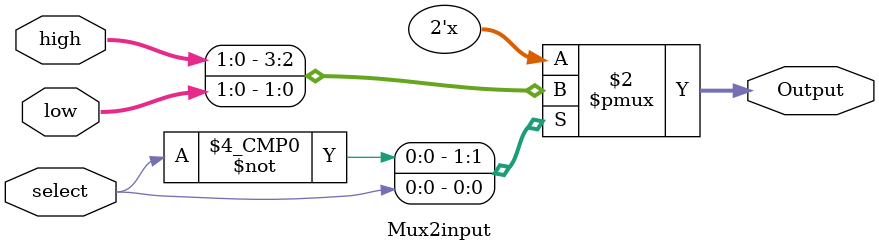
<source format=sv>
module Mux2input(high,low,select,Output);
  input logic[1:0]high,low;
  input logic select;
  output logic[1:0]Output;
  always_comb
  begin
    case(select)
      0:Output=high;
      1:Output=low;
    endcase
  end
endmodule

</source>
